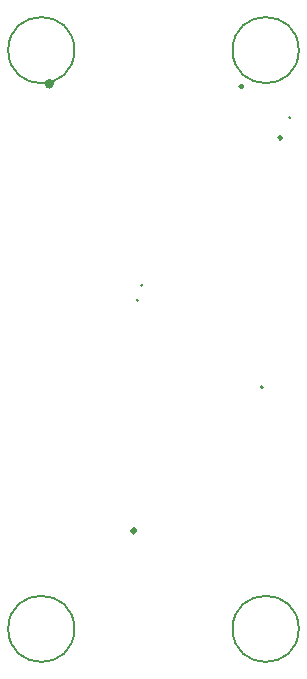
<source format=gbr>
%TF.GenerationSoftware,KiCad,Pcbnew,8.0.0*%
%TF.CreationDate,2024-04-01T12:03:42-07:00*%
%TF.ProjectId,lyrav3r1,6c797261-7633-4723-912e-6b696361645f,rev?*%
%TF.SameCoordinates,Original*%
%TF.FileFunction,Other,Comment*%
%FSLAX46Y46*%
G04 Gerber Fmt 4.6, Leading zero omitted, Abs format (unit mm)*
G04 Created by KiCad (PCBNEW 8.0.0) date 2024-04-01 12:03:42*
%MOMM*%
%LPD*%
G01*
G04 APERTURE LIST*
%ADD10C,0.150000*%
%ADD11C,0.400000*%
%ADD12C,0.200000*%
%ADD13C,0.250000*%
%ADD14C,0.300000*%
%ADD15C,0.140000*%
G04 APERTURE END LIST*
D10*
%TO.C,H3*%
X5800000Y3000000D02*
G75*
G02*
X200000Y3000000I-2800000J0D01*
G01*
X200000Y3000000D02*
G75*
G02*
X5800000Y3000000I2800000J0D01*
G01*
%TO.C,H1*%
X5800000Y52000000D02*
G75*
G02*
X200000Y52000000I-2800000J0D01*
G01*
X200000Y52000000D02*
G75*
G02*
X5800000Y52000000I2800000J0D01*
G01*
%TO.C,H2*%
X24800000Y52000000D02*
G75*
G02*
X19200000Y52000000I-2800000J0D01*
G01*
X19200000Y52000000D02*
G75*
G02*
X24800000Y52000000I2800000J0D01*
G01*
%TO.C,H4*%
X24800000Y3000000D02*
G75*
G02*
X19200000Y3000000I-2800000J0D01*
G01*
X19200000Y3000000D02*
G75*
G02*
X24800000Y3000000I2800000J0D01*
G01*
D11*
%TO.C,U1*%
X3877200Y49153400D02*
G75*
G02*
X3477200Y49153400I-200000J0D01*
G01*
X3477200Y49153400D02*
G75*
G02*
X3877200Y49153400I200000J0D01*
G01*
D12*
%TO.C,X2*%
X21765200Y23457400D02*
G75*
G02*
X21565200Y23457400I-100000J0D01*
G01*
X21565200Y23457400D02*
G75*
G02*
X21765200Y23457400I100000J0D01*
G01*
D13*
%TO.C,U2*%
X20070900Y48923700D02*
G75*
G02*
X19810900Y48923700I-130000J0D01*
G01*
X19810900Y48923700D02*
G75*
G02*
X20070900Y48923700I130000J0D01*
G01*
D10*
%TO.C,U7*%
X11186400Y30835400D02*
G75*
G02*
X11046400Y30835400I-70000J0D01*
G01*
X11046400Y30835400D02*
G75*
G02*
X11186400Y30835400I70000J0D01*
G01*
D13*
%TO.C,U5*%
X23348800Y44571000D02*
G75*
G02*
X23108800Y44571000I-120000J0D01*
G01*
X23108800Y44571000D02*
G75*
G02*
X23348800Y44571000I120000J0D01*
G01*
D14*
%TO.C,U6*%
X10969200Y11298200D02*
G75*
G02*
X10669200Y11298200I-150000J0D01*
G01*
X10669200Y11298200D02*
G75*
G02*
X10969200Y11298200I150000J0D01*
G01*
D10*
%TO.C,U4*%
X24116400Y46275800D02*
G75*
G02*
X23976400Y46275800I-70000J0D01*
G01*
X23976400Y46275800D02*
G75*
G02*
X24116400Y46275800I70000J0D01*
G01*
D15*
%TO.C,FL1*%
X11590800Y32101700D02*
G75*
G02*
X11450800Y32101700I-70000J0D01*
G01*
X11450800Y32101700D02*
G75*
G02*
X11590800Y32101700I70000J0D01*
G01*
%TD*%
M02*

</source>
